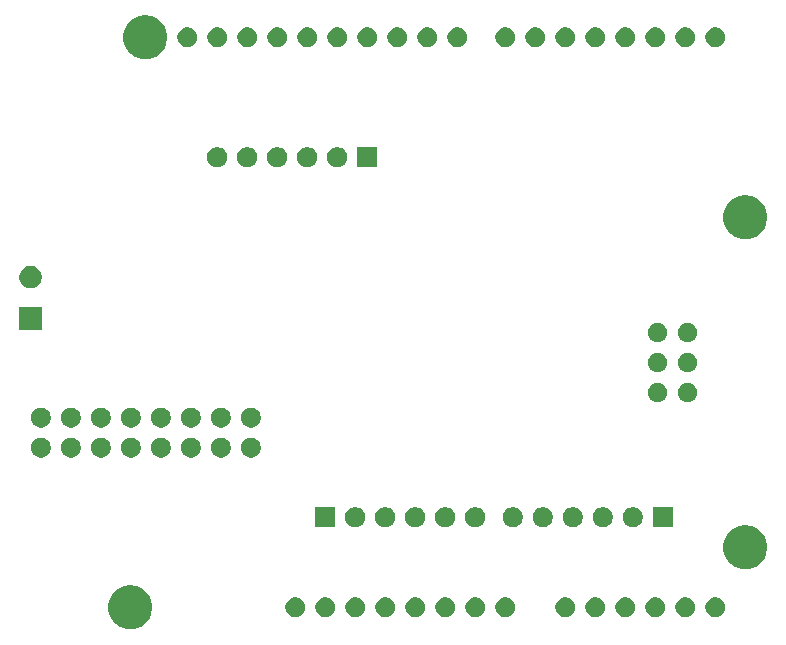
<source format=gbr>
G04 #@! TF.GenerationSoftware,KiCad,Pcbnew,(5.0.2)-1*
G04 #@! TF.CreationDate,2019-02-21T18:21:24-08:00*
G04 #@! TF.ProjectId,Arduino_uno_sheild,41726475-696e-46f5-9f75-6e6f5f736865,rev?*
G04 #@! TF.SameCoordinates,Original*
G04 #@! TF.FileFunction,Soldermask,Bot*
G04 #@! TF.FilePolarity,Negative*
%FSLAX46Y46*%
G04 Gerber Fmt 4.6, Leading zero omitted, Abs format (unit mm)*
G04 Created by KiCad (PCBNEW (5.0.2)-1) date 2/21/2019 6:21:24 PM*
%MOMM*%
%LPD*%
G01*
G04 APERTURE LIST*
%ADD10C,0.100000*%
G04 APERTURE END LIST*
D10*
G36*
X14331113Y4355433D02*
X14509917Y4319867D01*
X14846777Y4180335D01*
X15147902Y3979130D01*
X15149947Y3977763D01*
X15407763Y3719947D01*
X15407765Y3719944D01*
X15610335Y3416777D01*
X15749867Y3079917D01*
X15821000Y2722308D01*
X15821000Y2357692D01*
X15749867Y2000083D01*
X15610335Y1663223D01*
X15409130Y1362098D01*
X15407763Y1360053D01*
X15149947Y1102237D01*
X15149944Y1102235D01*
X14846777Y899665D01*
X14509917Y760133D01*
X14331112Y724566D01*
X14152309Y689000D01*
X13787691Y689000D01*
X13608887Y724567D01*
X13430083Y760133D01*
X13093223Y899665D01*
X12790056Y1102235D01*
X12790053Y1102237D01*
X12532237Y1360053D01*
X12530870Y1362098D01*
X12329665Y1663223D01*
X12190133Y2000083D01*
X12119000Y2357692D01*
X12119000Y2722308D01*
X12190133Y3079917D01*
X12329665Y3416777D01*
X12532235Y3719944D01*
X12532237Y3719947D01*
X12790053Y3977763D01*
X12792098Y3979130D01*
X13093223Y4180335D01*
X13430083Y4319867D01*
X13608888Y4355434D01*
X13787691Y4391000D01*
X14152309Y4391000D01*
X14331113Y4355433D01*
X14331113Y4355433D01*
G37*
G36*
X28182391Y3339066D02*
X28182393Y3339065D01*
X28182394Y3339065D01*
X28333626Y3276423D01*
X28333627Y3276422D01*
X28469735Y3185478D01*
X28585478Y3069735D01*
X28585480Y3069732D01*
X28676423Y2933626D01*
X28739065Y2782394D01*
X28771000Y2621846D01*
X28771000Y2458154D01*
X28739065Y2297606D01*
X28676423Y2146374D01*
X28676422Y2146373D01*
X28585478Y2010265D01*
X28469735Y1894522D01*
X28469732Y1894520D01*
X28333626Y1803577D01*
X28182394Y1740935D01*
X28182393Y1740935D01*
X28182391Y1740934D01*
X28021848Y1709000D01*
X27858152Y1709000D01*
X27697609Y1740934D01*
X27697607Y1740935D01*
X27697606Y1740935D01*
X27546374Y1803577D01*
X27410268Y1894520D01*
X27410265Y1894522D01*
X27294522Y2010265D01*
X27203578Y2146373D01*
X27203577Y2146374D01*
X27140935Y2297606D01*
X27109000Y2458154D01*
X27109000Y2621846D01*
X27140935Y2782394D01*
X27203577Y2933626D01*
X27294520Y3069732D01*
X27294522Y3069735D01*
X27410265Y3185478D01*
X27546373Y3276422D01*
X27546374Y3276423D01*
X27697606Y3339065D01*
X27697607Y3339065D01*
X27697609Y3339066D01*
X27858152Y3371000D01*
X28021848Y3371000D01*
X28182391Y3339066D01*
X28182391Y3339066D01*
G37*
G36*
X61202391Y3339066D02*
X61202393Y3339065D01*
X61202394Y3339065D01*
X61353626Y3276423D01*
X61353627Y3276422D01*
X61489735Y3185478D01*
X61605478Y3069735D01*
X61605480Y3069732D01*
X61696423Y2933626D01*
X61759065Y2782394D01*
X61791000Y2621846D01*
X61791000Y2458154D01*
X61759065Y2297606D01*
X61696423Y2146374D01*
X61696422Y2146373D01*
X61605478Y2010265D01*
X61489735Y1894522D01*
X61489732Y1894520D01*
X61353626Y1803577D01*
X61202394Y1740935D01*
X61202393Y1740935D01*
X61202391Y1740934D01*
X61041848Y1709000D01*
X60878152Y1709000D01*
X60717609Y1740934D01*
X60717607Y1740935D01*
X60717606Y1740935D01*
X60566374Y1803577D01*
X60430268Y1894520D01*
X60430265Y1894522D01*
X60314522Y2010265D01*
X60223578Y2146373D01*
X60223577Y2146374D01*
X60160935Y2297606D01*
X60129000Y2458154D01*
X60129000Y2621846D01*
X60160935Y2782394D01*
X60223577Y2933626D01*
X60314520Y3069732D01*
X60314522Y3069735D01*
X60430265Y3185478D01*
X60566373Y3276422D01*
X60566374Y3276423D01*
X60717606Y3339065D01*
X60717607Y3339065D01*
X60717609Y3339066D01*
X60878152Y3371000D01*
X61041848Y3371000D01*
X61202391Y3339066D01*
X61202391Y3339066D01*
G37*
G36*
X58662391Y3339066D02*
X58662393Y3339065D01*
X58662394Y3339065D01*
X58813626Y3276423D01*
X58813627Y3276422D01*
X58949735Y3185478D01*
X59065478Y3069735D01*
X59065480Y3069732D01*
X59156423Y2933626D01*
X59219065Y2782394D01*
X59251000Y2621846D01*
X59251000Y2458154D01*
X59219065Y2297606D01*
X59156423Y2146374D01*
X59156422Y2146373D01*
X59065478Y2010265D01*
X58949735Y1894522D01*
X58949732Y1894520D01*
X58813626Y1803577D01*
X58662394Y1740935D01*
X58662393Y1740935D01*
X58662391Y1740934D01*
X58501848Y1709000D01*
X58338152Y1709000D01*
X58177609Y1740934D01*
X58177607Y1740935D01*
X58177606Y1740935D01*
X58026374Y1803577D01*
X57890268Y1894520D01*
X57890265Y1894522D01*
X57774522Y2010265D01*
X57683578Y2146373D01*
X57683577Y2146374D01*
X57620935Y2297606D01*
X57589000Y2458154D01*
X57589000Y2621846D01*
X57620935Y2782394D01*
X57683577Y2933626D01*
X57774520Y3069732D01*
X57774522Y3069735D01*
X57890265Y3185478D01*
X58026373Y3276422D01*
X58026374Y3276423D01*
X58177606Y3339065D01*
X58177607Y3339065D01*
X58177609Y3339066D01*
X58338152Y3371000D01*
X58501848Y3371000D01*
X58662391Y3339066D01*
X58662391Y3339066D01*
G37*
G36*
X56122391Y3339066D02*
X56122393Y3339065D01*
X56122394Y3339065D01*
X56273626Y3276423D01*
X56273627Y3276422D01*
X56409735Y3185478D01*
X56525478Y3069735D01*
X56525480Y3069732D01*
X56616423Y2933626D01*
X56679065Y2782394D01*
X56711000Y2621846D01*
X56711000Y2458154D01*
X56679065Y2297606D01*
X56616423Y2146374D01*
X56616422Y2146373D01*
X56525478Y2010265D01*
X56409735Y1894522D01*
X56409732Y1894520D01*
X56273626Y1803577D01*
X56122394Y1740935D01*
X56122393Y1740935D01*
X56122391Y1740934D01*
X55961848Y1709000D01*
X55798152Y1709000D01*
X55637609Y1740934D01*
X55637607Y1740935D01*
X55637606Y1740935D01*
X55486374Y1803577D01*
X55350268Y1894520D01*
X55350265Y1894522D01*
X55234522Y2010265D01*
X55143578Y2146373D01*
X55143577Y2146374D01*
X55080935Y2297606D01*
X55049000Y2458154D01*
X55049000Y2621846D01*
X55080935Y2782394D01*
X55143577Y2933626D01*
X55234520Y3069732D01*
X55234522Y3069735D01*
X55350265Y3185478D01*
X55486373Y3276422D01*
X55486374Y3276423D01*
X55637606Y3339065D01*
X55637607Y3339065D01*
X55637609Y3339066D01*
X55798152Y3371000D01*
X55961848Y3371000D01*
X56122391Y3339066D01*
X56122391Y3339066D01*
G37*
G36*
X53582391Y3339066D02*
X53582393Y3339065D01*
X53582394Y3339065D01*
X53733626Y3276423D01*
X53733627Y3276422D01*
X53869735Y3185478D01*
X53985478Y3069735D01*
X53985480Y3069732D01*
X54076423Y2933626D01*
X54139065Y2782394D01*
X54171000Y2621846D01*
X54171000Y2458154D01*
X54139065Y2297606D01*
X54076423Y2146374D01*
X54076422Y2146373D01*
X53985478Y2010265D01*
X53869735Y1894522D01*
X53869732Y1894520D01*
X53733626Y1803577D01*
X53582394Y1740935D01*
X53582393Y1740935D01*
X53582391Y1740934D01*
X53421848Y1709000D01*
X53258152Y1709000D01*
X53097609Y1740934D01*
X53097607Y1740935D01*
X53097606Y1740935D01*
X52946374Y1803577D01*
X52810268Y1894520D01*
X52810265Y1894522D01*
X52694522Y2010265D01*
X52603578Y2146373D01*
X52603577Y2146374D01*
X52540935Y2297606D01*
X52509000Y2458154D01*
X52509000Y2621846D01*
X52540935Y2782394D01*
X52603577Y2933626D01*
X52694520Y3069732D01*
X52694522Y3069735D01*
X52810265Y3185478D01*
X52946373Y3276422D01*
X52946374Y3276423D01*
X53097606Y3339065D01*
X53097607Y3339065D01*
X53097609Y3339066D01*
X53258152Y3371000D01*
X53421848Y3371000D01*
X53582391Y3339066D01*
X53582391Y3339066D01*
G37*
G36*
X51042391Y3339066D02*
X51042393Y3339065D01*
X51042394Y3339065D01*
X51193626Y3276423D01*
X51193627Y3276422D01*
X51329735Y3185478D01*
X51445478Y3069735D01*
X51445480Y3069732D01*
X51536423Y2933626D01*
X51599065Y2782394D01*
X51631000Y2621846D01*
X51631000Y2458154D01*
X51599065Y2297606D01*
X51536423Y2146374D01*
X51536422Y2146373D01*
X51445478Y2010265D01*
X51329735Y1894522D01*
X51329732Y1894520D01*
X51193626Y1803577D01*
X51042394Y1740935D01*
X51042393Y1740935D01*
X51042391Y1740934D01*
X50881848Y1709000D01*
X50718152Y1709000D01*
X50557609Y1740934D01*
X50557607Y1740935D01*
X50557606Y1740935D01*
X50406374Y1803577D01*
X50270268Y1894520D01*
X50270265Y1894522D01*
X50154522Y2010265D01*
X50063578Y2146373D01*
X50063577Y2146374D01*
X50000935Y2297606D01*
X49969000Y2458154D01*
X49969000Y2621846D01*
X50000935Y2782394D01*
X50063577Y2933626D01*
X50154520Y3069732D01*
X50154522Y3069735D01*
X50270265Y3185478D01*
X50406373Y3276422D01*
X50406374Y3276423D01*
X50557606Y3339065D01*
X50557607Y3339065D01*
X50557609Y3339066D01*
X50718152Y3371000D01*
X50881848Y3371000D01*
X51042391Y3339066D01*
X51042391Y3339066D01*
G37*
G36*
X45962391Y3339066D02*
X45962393Y3339065D01*
X45962394Y3339065D01*
X46113626Y3276423D01*
X46113627Y3276422D01*
X46249735Y3185478D01*
X46365478Y3069735D01*
X46365480Y3069732D01*
X46456423Y2933626D01*
X46519065Y2782394D01*
X46551000Y2621846D01*
X46551000Y2458154D01*
X46519065Y2297606D01*
X46456423Y2146374D01*
X46456422Y2146373D01*
X46365478Y2010265D01*
X46249735Y1894522D01*
X46249732Y1894520D01*
X46113626Y1803577D01*
X45962394Y1740935D01*
X45962393Y1740935D01*
X45962391Y1740934D01*
X45801848Y1709000D01*
X45638152Y1709000D01*
X45477609Y1740934D01*
X45477607Y1740935D01*
X45477606Y1740935D01*
X45326374Y1803577D01*
X45190268Y1894520D01*
X45190265Y1894522D01*
X45074522Y2010265D01*
X44983578Y2146373D01*
X44983577Y2146374D01*
X44920935Y2297606D01*
X44889000Y2458154D01*
X44889000Y2621846D01*
X44920935Y2782394D01*
X44983577Y2933626D01*
X45074520Y3069732D01*
X45074522Y3069735D01*
X45190265Y3185478D01*
X45326373Y3276422D01*
X45326374Y3276423D01*
X45477606Y3339065D01*
X45477607Y3339065D01*
X45477609Y3339066D01*
X45638152Y3371000D01*
X45801848Y3371000D01*
X45962391Y3339066D01*
X45962391Y3339066D01*
G37*
G36*
X40882391Y3339066D02*
X40882393Y3339065D01*
X40882394Y3339065D01*
X41033626Y3276423D01*
X41033627Y3276422D01*
X41169735Y3185478D01*
X41285478Y3069735D01*
X41285480Y3069732D01*
X41376423Y2933626D01*
X41439065Y2782394D01*
X41471000Y2621846D01*
X41471000Y2458154D01*
X41439065Y2297606D01*
X41376423Y2146374D01*
X41376422Y2146373D01*
X41285478Y2010265D01*
X41169735Y1894522D01*
X41169732Y1894520D01*
X41033626Y1803577D01*
X40882394Y1740935D01*
X40882393Y1740935D01*
X40882391Y1740934D01*
X40721848Y1709000D01*
X40558152Y1709000D01*
X40397609Y1740934D01*
X40397607Y1740935D01*
X40397606Y1740935D01*
X40246374Y1803577D01*
X40110268Y1894520D01*
X40110265Y1894522D01*
X39994522Y2010265D01*
X39903578Y2146373D01*
X39903577Y2146374D01*
X39840935Y2297606D01*
X39809000Y2458154D01*
X39809000Y2621846D01*
X39840935Y2782394D01*
X39903577Y2933626D01*
X39994520Y3069732D01*
X39994522Y3069735D01*
X40110265Y3185478D01*
X40246373Y3276422D01*
X40246374Y3276423D01*
X40397606Y3339065D01*
X40397607Y3339065D01*
X40397609Y3339066D01*
X40558152Y3371000D01*
X40721848Y3371000D01*
X40882391Y3339066D01*
X40882391Y3339066D01*
G37*
G36*
X38342391Y3339066D02*
X38342393Y3339065D01*
X38342394Y3339065D01*
X38493626Y3276423D01*
X38493627Y3276422D01*
X38629735Y3185478D01*
X38745478Y3069735D01*
X38745480Y3069732D01*
X38836423Y2933626D01*
X38899065Y2782394D01*
X38931000Y2621846D01*
X38931000Y2458154D01*
X38899065Y2297606D01*
X38836423Y2146374D01*
X38836422Y2146373D01*
X38745478Y2010265D01*
X38629735Y1894522D01*
X38629732Y1894520D01*
X38493626Y1803577D01*
X38342394Y1740935D01*
X38342393Y1740935D01*
X38342391Y1740934D01*
X38181848Y1709000D01*
X38018152Y1709000D01*
X37857609Y1740934D01*
X37857607Y1740935D01*
X37857606Y1740935D01*
X37706374Y1803577D01*
X37570268Y1894520D01*
X37570265Y1894522D01*
X37454522Y2010265D01*
X37363578Y2146373D01*
X37363577Y2146374D01*
X37300935Y2297606D01*
X37269000Y2458154D01*
X37269000Y2621846D01*
X37300935Y2782394D01*
X37363577Y2933626D01*
X37454520Y3069732D01*
X37454522Y3069735D01*
X37570265Y3185478D01*
X37706373Y3276422D01*
X37706374Y3276423D01*
X37857606Y3339065D01*
X37857607Y3339065D01*
X37857609Y3339066D01*
X38018152Y3371000D01*
X38181848Y3371000D01*
X38342391Y3339066D01*
X38342391Y3339066D01*
G37*
G36*
X35802391Y3339066D02*
X35802393Y3339065D01*
X35802394Y3339065D01*
X35953626Y3276423D01*
X35953627Y3276422D01*
X36089735Y3185478D01*
X36205478Y3069735D01*
X36205480Y3069732D01*
X36296423Y2933626D01*
X36359065Y2782394D01*
X36391000Y2621846D01*
X36391000Y2458154D01*
X36359065Y2297606D01*
X36296423Y2146374D01*
X36296422Y2146373D01*
X36205478Y2010265D01*
X36089735Y1894522D01*
X36089732Y1894520D01*
X35953626Y1803577D01*
X35802394Y1740935D01*
X35802393Y1740935D01*
X35802391Y1740934D01*
X35641848Y1709000D01*
X35478152Y1709000D01*
X35317609Y1740934D01*
X35317607Y1740935D01*
X35317606Y1740935D01*
X35166374Y1803577D01*
X35030268Y1894520D01*
X35030265Y1894522D01*
X34914522Y2010265D01*
X34823578Y2146373D01*
X34823577Y2146374D01*
X34760935Y2297606D01*
X34729000Y2458154D01*
X34729000Y2621846D01*
X34760935Y2782394D01*
X34823577Y2933626D01*
X34914520Y3069732D01*
X34914522Y3069735D01*
X35030265Y3185478D01*
X35166373Y3276422D01*
X35166374Y3276423D01*
X35317606Y3339065D01*
X35317607Y3339065D01*
X35317609Y3339066D01*
X35478152Y3371000D01*
X35641848Y3371000D01*
X35802391Y3339066D01*
X35802391Y3339066D01*
G37*
G36*
X33262391Y3339066D02*
X33262393Y3339065D01*
X33262394Y3339065D01*
X33413626Y3276423D01*
X33413627Y3276422D01*
X33549735Y3185478D01*
X33665478Y3069735D01*
X33665480Y3069732D01*
X33756423Y2933626D01*
X33819065Y2782394D01*
X33851000Y2621846D01*
X33851000Y2458154D01*
X33819065Y2297606D01*
X33756423Y2146374D01*
X33756422Y2146373D01*
X33665478Y2010265D01*
X33549735Y1894522D01*
X33549732Y1894520D01*
X33413626Y1803577D01*
X33262394Y1740935D01*
X33262393Y1740935D01*
X33262391Y1740934D01*
X33101848Y1709000D01*
X32938152Y1709000D01*
X32777609Y1740934D01*
X32777607Y1740935D01*
X32777606Y1740935D01*
X32626374Y1803577D01*
X32490268Y1894520D01*
X32490265Y1894522D01*
X32374522Y2010265D01*
X32283578Y2146373D01*
X32283577Y2146374D01*
X32220935Y2297606D01*
X32189000Y2458154D01*
X32189000Y2621846D01*
X32220935Y2782394D01*
X32283577Y2933626D01*
X32374520Y3069732D01*
X32374522Y3069735D01*
X32490265Y3185478D01*
X32626373Y3276422D01*
X32626374Y3276423D01*
X32777606Y3339065D01*
X32777607Y3339065D01*
X32777609Y3339066D01*
X32938152Y3371000D01*
X33101848Y3371000D01*
X33262391Y3339066D01*
X33262391Y3339066D01*
G37*
G36*
X30722391Y3339066D02*
X30722393Y3339065D01*
X30722394Y3339065D01*
X30873626Y3276423D01*
X30873627Y3276422D01*
X31009735Y3185478D01*
X31125478Y3069735D01*
X31125480Y3069732D01*
X31216423Y2933626D01*
X31279065Y2782394D01*
X31311000Y2621846D01*
X31311000Y2458154D01*
X31279065Y2297606D01*
X31216423Y2146374D01*
X31216422Y2146373D01*
X31125478Y2010265D01*
X31009735Y1894522D01*
X31009732Y1894520D01*
X30873626Y1803577D01*
X30722394Y1740935D01*
X30722393Y1740935D01*
X30722391Y1740934D01*
X30561848Y1709000D01*
X30398152Y1709000D01*
X30237609Y1740934D01*
X30237607Y1740935D01*
X30237606Y1740935D01*
X30086374Y1803577D01*
X29950268Y1894520D01*
X29950265Y1894522D01*
X29834522Y2010265D01*
X29743578Y2146373D01*
X29743577Y2146374D01*
X29680935Y2297606D01*
X29649000Y2458154D01*
X29649000Y2621846D01*
X29680935Y2782394D01*
X29743577Y2933626D01*
X29834520Y3069732D01*
X29834522Y3069735D01*
X29950265Y3185478D01*
X30086373Y3276422D01*
X30086374Y3276423D01*
X30237606Y3339065D01*
X30237607Y3339065D01*
X30237609Y3339066D01*
X30398152Y3371000D01*
X30561848Y3371000D01*
X30722391Y3339066D01*
X30722391Y3339066D01*
G37*
G36*
X63742391Y3339066D02*
X63742393Y3339065D01*
X63742394Y3339065D01*
X63893626Y3276423D01*
X63893627Y3276422D01*
X64029735Y3185478D01*
X64145478Y3069735D01*
X64145480Y3069732D01*
X64236423Y2933626D01*
X64299065Y2782394D01*
X64331000Y2621846D01*
X64331000Y2458154D01*
X64299065Y2297606D01*
X64236423Y2146374D01*
X64236422Y2146373D01*
X64145478Y2010265D01*
X64029735Y1894522D01*
X64029732Y1894520D01*
X63893626Y1803577D01*
X63742394Y1740935D01*
X63742393Y1740935D01*
X63742391Y1740934D01*
X63581848Y1709000D01*
X63418152Y1709000D01*
X63257609Y1740934D01*
X63257607Y1740935D01*
X63257606Y1740935D01*
X63106374Y1803577D01*
X62970268Y1894520D01*
X62970265Y1894522D01*
X62854522Y2010265D01*
X62763578Y2146373D01*
X62763577Y2146374D01*
X62700935Y2297606D01*
X62669000Y2458154D01*
X62669000Y2621846D01*
X62700935Y2782394D01*
X62763577Y2933626D01*
X62854520Y3069732D01*
X62854522Y3069735D01*
X62970265Y3185478D01*
X63106373Y3276422D01*
X63106374Y3276423D01*
X63257606Y3339065D01*
X63257607Y3339065D01*
X63257609Y3339066D01*
X63418152Y3371000D01*
X63581848Y3371000D01*
X63742391Y3339066D01*
X63742391Y3339066D01*
G37*
G36*
X43422391Y3339066D02*
X43422393Y3339065D01*
X43422394Y3339065D01*
X43573626Y3276423D01*
X43573627Y3276422D01*
X43709735Y3185478D01*
X43825478Y3069735D01*
X43825480Y3069732D01*
X43916423Y2933626D01*
X43979065Y2782394D01*
X44011000Y2621846D01*
X44011000Y2458154D01*
X43979065Y2297606D01*
X43916423Y2146374D01*
X43916422Y2146373D01*
X43825478Y2010265D01*
X43709735Y1894522D01*
X43709732Y1894520D01*
X43573626Y1803577D01*
X43422394Y1740935D01*
X43422393Y1740935D01*
X43422391Y1740934D01*
X43261848Y1709000D01*
X43098152Y1709000D01*
X42937609Y1740934D01*
X42937607Y1740935D01*
X42937606Y1740935D01*
X42786374Y1803577D01*
X42650268Y1894520D01*
X42650265Y1894522D01*
X42534522Y2010265D01*
X42443578Y2146373D01*
X42443577Y2146374D01*
X42380935Y2297606D01*
X42349000Y2458154D01*
X42349000Y2621846D01*
X42380935Y2782394D01*
X42443577Y2933626D01*
X42534520Y3069732D01*
X42534522Y3069735D01*
X42650265Y3185478D01*
X42786373Y3276422D01*
X42786374Y3276423D01*
X42937606Y3339065D01*
X42937607Y3339065D01*
X42937609Y3339066D01*
X43098152Y3371000D01*
X43261848Y3371000D01*
X43422391Y3339066D01*
X43422391Y3339066D01*
G37*
G36*
X66401113Y9435433D02*
X66579917Y9399867D01*
X66916777Y9260335D01*
X67217902Y9059130D01*
X67219947Y9057763D01*
X67477763Y8799947D01*
X67477765Y8799944D01*
X67680335Y8496777D01*
X67819867Y8159917D01*
X67891000Y7802308D01*
X67891000Y7437692D01*
X67819867Y7080083D01*
X67680335Y6743223D01*
X67479130Y6442098D01*
X67477763Y6440053D01*
X67219947Y6182237D01*
X67219944Y6182235D01*
X66916777Y5979665D01*
X66579917Y5840133D01*
X66401112Y5804566D01*
X66222309Y5769000D01*
X65857691Y5769000D01*
X65678888Y5804566D01*
X65500083Y5840133D01*
X65163223Y5979665D01*
X64860056Y6182235D01*
X64860053Y6182237D01*
X64602237Y6440053D01*
X64600870Y6442098D01*
X64399665Y6743223D01*
X64260133Y7080083D01*
X64189000Y7437692D01*
X64189000Y7802308D01*
X64260133Y8159917D01*
X64399665Y8496777D01*
X64602235Y8799944D01*
X64602237Y8799947D01*
X64860053Y9057763D01*
X64862098Y9059130D01*
X65163223Y9260335D01*
X65500083Y9399867D01*
X65678887Y9435433D01*
X65857691Y9471000D01*
X66222309Y9471000D01*
X66401113Y9435433D01*
X66401113Y9435433D01*
G37*
G36*
X38348228Y10978297D02*
X38503100Y10914147D01*
X38642481Y10821015D01*
X38761015Y10702481D01*
X38854147Y10563100D01*
X38918297Y10408228D01*
X38951000Y10243816D01*
X38951000Y10076184D01*
X38918297Y9911772D01*
X38854147Y9756900D01*
X38761015Y9617519D01*
X38642481Y9498985D01*
X38503100Y9405853D01*
X38348228Y9341703D01*
X38183816Y9309000D01*
X38016184Y9309000D01*
X37851772Y9341703D01*
X37696900Y9405853D01*
X37557519Y9498985D01*
X37438985Y9617519D01*
X37345853Y9756900D01*
X37281703Y9911772D01*
X37249000Y10076184D01*
X37249000Y10243816D01*
X37281703Y10408228D01*
X37345853Y10563100D01*
X37438985Y10702481D01*
X37557519Y10821015D01*
X37696900Y10914147D01*
X37851772Y10978297D01*
X38016184Y11011000D01*
X38183816Y11011000D01*
X38348228Y10978297D01*
X38348228Y10978297D01*
G37*
G36*
X31331000Y9309000D02*
X29629000Y9309000D01*
X29629000Y11011000D01*
X31331000Y11011000D01*
X31331000Y9309000D01*
X31331000Y9309000D01*
G37*
G36*
X33268228Y10978297D02*
X33423100Y10914147D01*
X33562481Y10821015D01*
X33681015Y10702481D01*
X33774147Y10563100D01*
X33838297Y10408228D01*
X33871000Y10243816D01*
X33871000Y10076184D01*
X33838297Y9911772D01*
X33774147Y9756900D01*
X33681015Y9617519D01*
X33562481Y9498985D01*
X33423100Y9405853D01*
X33268228Y9341703D01*
X33103816Y9309000D01*
X32936184Y9309000D01*
X32771772Y9341703D01*
X32616900Y9405853D01*
X32477519Y9498985D01*
X32358985Y9617519D01*
X32265853Y9756900D01*
X32201703Y9911772D01*
X32169000Y10076184D01*
X32169000Y10243816D01*
X32201703Y10408228D01*
X32265853Y10563100D01*
X32358985Y10702481D01*
X32477519Y10821015D01*
X32616900Y10914147D01*
X32771772Y10978297D01*
X32936184Y11011000D01*
X33103816Y11011000D01*
X33268228Y10978297D01*
X33268228Y10978297D01*
G37*
G36*
X35808228Y10978297D02*
X35963100Y10914147D01*
X36102481Y10821015D01*
X36221015Y10702481D01*
X36314147Y10563100D01*
X36378297Y10408228D01*
X36411000Y10243816D01*
X36411000Y10076184D01*
X36378297Y9911772D01*
X36314147Y9756900D01*
X36221015Y9617519D01*
X36102481Y9498985D01*
X35963100Y9405853D01*
X35808228Y9341703D01*
X35643816Y9309000D01*
X35476184Y9309000D01*
X35311772Y9341703D01*
X35156900Y9405853D01*
X35017519Y9498985D01*
X34898985Y9617519D01*
X34805853Y9756900D01*
X34741703Y9911772D01*
X34709000Y10076184D01*
X34709000Y10243816D01*
X34741703Y10408228D01*
X34805853Y10563100D01*
X34898985Y10702481D01*
X35017519Y10821015D01*
X35156900Y10914147D01*
X35311772Y10978297D01*
X35476184Y11011000D01*
X35643816Y11011000D01*
X35808228Y10978297D01*
X35808228Y10978297D01*
G37*
G36*
X40888228Y10978297D02*
X41043100Y10914147D01*
X41182481Y10821015D01*
X41301015Y10702481D01*
X41394147Y10563100D01*
X41458297Y10408228D01*
X41491000Y10243816D01*
X41491000Y10076184D01*
X41458297Y9911772D01*
X41394147Y9756900D01*
X41301015Y9617519D01*
X41182481Y9498985D01*
X41043100Y9405853D01*
X40888228Y9341703D01*
X40723816Y9309000D01*
X40556184Y9309000D01*
X40391772Y9341703D01*
X40236900Y9405853D01*
X40097519Y9498985D01*
X39978985Y9617519D01*
X39885853Y9756900D01*
X39821703Y9911772D01*
X39789000Y10076184D01*
X39789000Y10243816D01*
X39821703Y10408228D01*
X39885853Y10563100D01*
X39978985Y10702481D01*
X40097519Y10821015D01*
X40236900Y10914147D01*
X40391772Y10978297D01*
X40556184Y11011000D01*
X40723816Y11011000D01*
X40888228Y10978297D01*
X40888228Y10978297D01*
G37*
G36*
X43428228Y10978297D02*
X43583100Y10914147D01*
X43722481Y10821015D01*
X43841015Y10702481D01*
X43934147Y10563100D01*
X43998297Y10408228D01*
X44031000Y10243816D01*
X44031000Y10076184D01*
X43998297Y9911772D01*
X43934147Y9756900D01*
X43841015Y9617519D01*
X43722481Y9498985D01*
X43583100Y9405853D01*
X43428228Y9341703D01*
X43263816Y9309000D01*
X43096184Y9309000D01*
X42931772Y9341703D01*
X42776900Y9405853D01*
X42637519Y9498985D01*
X42518985Y9617519D01*
X42425853Y9756900D01*
X42361703Y9911772D01*
X42329000Y10076184D01*
X42329000Y10243816D01*
X42361703Y10408228D01*
X42425853Y10563100D01*
X42518985Y10702481D01*
X42637519Y10821015D01*
X42776900Y10914147D01*
X42931772Y10978297D01*
X43096184Y11011000D01*
X43263816Y11011000D01*
X43428228Y10978297D01*
X43428228Y10978297D01*
G37*
G36*
X51683228Y10978297D02*
X51838100Y10914147D01*
X51977481Y10821015D01*
X52096015Y10702481D01*
X52189147Y10563100D01*
X52253297Y10408228D01*
X52286000Y10243816D01*
X52286000Y10076184D01*
X52253297Y9911772D01*
X52189147Y9756900D01*
X52096015Y9617519D01*
X51977481Y9498985D01*
X51838100Y9405853D01*
X51683228Y9341703D01*
X51518816Y9309000D01*
X51351184Y9309000D01*
X51186772Y9341703D01*
X51031900Y9405853D01*
X50892519Y9498985D01*
X50773985Y9617519D01*
X50680853Y9756900D01*
X50616703Y9911772D01*
X50584000Y10076184D01*
X50584000Y10243816D01*
X50616703Y10408228D01*
X50680853Y10563100D01*
X50773985Y10702481D01*
X50892519Y10821015D01*
X51031900Y10914147D01*
X51186772Y10978297D01*
X51351184Y11011000D01*
X51518816Y11011000D01*
X51683228Y10978297D01*
X51683228Y10978297D01*
G37*
G36*
X49143228Y10978297D02*
X49298100Y10914147D01*
X49437481Y10821015D01*
X49556015Y10702481D01*
X49649147Y10563100D01*
X49713297Y10408228D01*
X49746000Y10243816D01*
X49746000Y10076184D01*
X49713297Y9911772D01*
X49649147Y9756900D01*
X49556015Y9617519D01*
X49437481Y9498985D01*
X49298100Y9405853D01*
X49143228Y9341703D01*
X48978816Y9309000D01*
X48811184Y9309000D01*
X48646772Y9341703D01*
X48491900Y9405853D01*
X48352519Y9498985D01*
X48233985Y9617519D01*
X48140853Y9756900D01*
X48076703Y9911772D01*
X48044000Y10076184D01*
X48044000Y10243816D01*
X48076703Y10408228D01*
X48140853Y10563100D01*
X48233985Y10702481D01*
X48352519Y10821015D01*
X48491900Y10914147D01*
X48646772Y10978297D01*
X48811184Y11011000D01*
X48978816Y11011000D01*
X49143228Y10978297D01*
X49143228Y10978297D01*
G37*
G36*
X46603228Y10978297D02*
X46758100Y10914147D01*
X46897481Y10821015D01*
X47016015Y10702481D01*
X47109147Y10563100D01*
X47173297Y10408228D01*
X47206000Y10243816D01*
X47206000Y10076184D01*
X47173297Y9911772D01*
X47109147Y9756900D01*
X47016015Y9617519D01*
X46897481Y9498985D01*
X46758100Y9405853D01*
X46603228Y9341703D01*
X46438816Y9309000D01*
X46271184Y9309000D01*
X46106772Y9341703D01*
X45951900Y9405853D01*
X45812519Y9498985D01*
X45693985Y9617519D01*
X45600853Y9756900D01*
X45536703Y9911772D01*
X45504000Y10076184D01*
X45504000Y10243816D01*
X45536703Y10408228D01*
X45600853Y10563100D01*
X45693985Y10702481D01*
X45812519Y10821015D01*
X45951900Y10914147D01*
X46106772Y10978297D01*
X46271184Y11011000D01*
X46438816Y11011000D01*
X46603228Y10978297D01*
X46603228Y10978297D01*
G37*
G36*
X54223228Y10978297D02*
X54378100Y10914147D01*
X54517481Y10821015D01*
X54636015Y10702481D01*
X54729147Y10563100D01*
X54793297Y10408228D01*
X54826000Y10243816D01*
X54826000Y10076184D01*
X54793297Y9911772D01*
X54729147Y9756900D01*
X54636015Y9617519D01*
X54517481Y9498985D01*
X54378100Y9405853D01*
X54223228Y9341703D01*
X54058816Y9309000D01*
X53891184Y9309000D01*
X53726772Y9341703D01*
X53571900Y9405853D01*
X53432519Y9498985D01*
X53313985Y9617519D01*
X53220853Y9756900D01*
X53156703Y9911772D01*
X53124000Y10076184D01*
X53124000Y10243816D01*
X53156703Y10408228D01*
X53220853Y10563100D01*
X53313985Y10702481D01*
X53432519Y10821015D01*
X53571900Y10914147D01*
X53726772Y10978297D01*
X53891184Y11011000D01*
X54058816Y11011000D01*
X54223228Y10978297D01*
X54223228Y10978297D01*
G37*
G36*
X59906000Y9309000D02*
X58204000Y9309000D01*
X58204000Y11011000D01*
X59906000Y11011000D01*
X59906000Y9309000D01*
X59906000Y9309000D01*
G37*
G36*
X56763228Y10978297D02*
X56918100Y10914147D01*
X57057481Y10821015D01*
X57176015Y10702481D01*
X57269147Y10563100D01*
X57333297Y10408228D01*
X57366000Y10243816D01*
X57366000Y10076184D01*
X57333297Y9911772D01*
X57269147Y9756900D01*
X57176015Y9617519D01*
X57057481Y9498985D01*
X56918100Y9405853D01*
X56763228Y9341703D01*
X56598816Y9309000D01*
X56431184Y9309000D01*
X56266772Y9341703D01*
X56111900Y9405853D01*
X55972519Y9498985D01*
X55853985Y9617519D01*
X55760853Y9756900D01*
X55696703Y9911772D01*
X55664000Y10076184D01*
X55664000Y10243816D01*
X55696703Y10408228D01*
X55760853Y10563100D01*
X55853985Y10702481D01*
X55972519Y10821015D01*
X56111900Y10914147D01*
X56266772Y10978297D01*
X56431184Y11011000D01*
X56598816Y11011000D01*
X56763228Y10978297D01*
X56763228Y10978297D01*
G37*
G36*
X11729028Y16871097D02*
X11883900Y16806947D01*
X12023281Y16713815D01*
X12141815Y16595281D01*
X12234947Y16455900D01*
X12299097Y16301028D01*
X12331800Y16136616D01*
X12331800Y15968984D01*
X12299097Y15804572D01*
X12234947Y15649700D01*
X12141815Y15510319D01*
X12023281Y15391785D01*
X11883900Y15298653D01*
X11729028Y15234503D01*
X11564616Y15201800D01*
X11396984Y15201800D01*
X11232572Y15234503D01*
X11077700Y15298653D01*
X10938319Y15391785D01*
X10819785Y15510319D01*
X10726653Y15649700D01*
X10662503Y15804572D01*
X10629800Y15968984D01*
X10629800Y16136616D01*
X10662503Y16301028D01*
X10726653Y16455900D01*
X10819785Y16595281D01*
X10938319Y16713815D01*
X11077700Y16806947D01*
X11232572Y16871097D01*
X11396984Y16903800D01*
X11564616Y16903800D01*
X11729028Y16871097D01*
X11729028Y16871097D01*
G37*
G36*
X14269028Y16871097D02*
X14423900Y16806947D01*
X14563281Y16713815D01*
X14681815Y16595281D01*
X14774947Y16455900D01*
X14839097Y16301028D01*
X14871800Y16136616D01*
X14871800Y15968984D01*
X14839097Y15804572D01*
X14774947Y15649700D01*
X14681815Y15510319D01*
X14563281Y15391785D01*
X14423900Y15298653D01*
X14269028Y15234503D01*
X14104616Y15201800D01*
X13936984Y15201800D01*
X13772572Y15234503D01*
X13617700Y15298653D01*
X13478319Y15391785D01*
X13359785Y15510319D01*
X13266653Y15649700D01*
X13202503Y15804572D01*
X13169800Y15968984D01*
X13169800Y16136616D01*
X13202503Y16301028D01*
X13266653Y16455900D01*
X13359785Y16595281D01*
X13478319Y16713815D01*
X13617700Y16806947D01*
X13772572Y16871097D01*
X13936984Y16903800D01*
X14104616Y16903800D01*
X14269028Y16871097D01*
X14269028Y16871097D01*
G37*
G36*
X19349028Y16871097D02*
X19503900Y16806947D01*
X19643281Y16713815D01*
X19761815Y16595281D01*
X19854947Y16455900D01*
X19919097Y16301028D01*
X19951800Y16136616D01*
X19951800Y15968984D01*
X19919097Y15804572D01*
X19854947Y15649700D01*
X19761815Y15510319D01*
X19643281Y15391785D01*
X19503900Y15298653D01*
X19349028Y15234503D01*
X19184616Y15201800D01*
X19016984Y15201800D01*
X18852572Y15234503D01*
X18697700Y15298653D01*
X18558319Y15391785D01*
X18439785Y15510319D01*
X18346653Y15649700D01*
X18282503Y15804572D01*
X18249800Y15968984D01*
X18249800Y16136616D01*
X18282503Y16301028D01*
X18346653Y16455900D01*
X18439785Y16595281D01*
X18558319Y16713815D01*
X18697700Y16806947D01*
X18852572Y16871097D01*
X19016984Y16903800D01*
X19184616Y16903800D01*
X19349028Y16871097D01*
X19349028Y16871097D01*
G37*
G36*
X6649028Y16871097D02*
X6803900Y16806947D01*
X6943281Y16713815D01*
X7061815Y16595281D01*
X7154947Y16455900D01*
X7219097Y16301028D01*
X7251800Y16136616D01*
X7251800Y15968984D01*
X7219097Y15804572D01*
X7154947Y15649700D01*
X7061815Y15510319D01*
X6943281Y15391785D01*
X6803900Y15298653D01*
X6649028Y15234503D01*
X6484616Y15201800D01*
X6316984Y15201800D01*
X6152572Y15234503D01*
X5997700Y15298653D01*
X5858319Y15391785D01*
X5739785Y15510319D01*
X5646653Y15649700D01*
X5582503Y15804572D01*
X5549800Y15968984D01*
X5549800Y16136616D01*
X5582503Y16301028D01*
X5646653Y16455900D01*
X5739785Y16595281D01*
X5858319Y16713815D01*
X5997700Y16806947D01*
X6152572Y16871097D01*
X6316984Y16903800D01*
X6484616Y16903800D01*
X6649028Y16871097D01*
X6649028Y16871097D01*
G37*
G36*
X9189028Y16871097D02*
X9343900Y16806947D01*
X9483281Y16713815D01*
X9601815Y16595281D01*
X9694947Y16455900D01*
X9759097Y16301028D01*
X9791800Y16136616D01*
X9791800Y15968984D01*
X9759097Y15804572D01*
X9694947Y15649700D01*
X9601815Y15510319D01*
X9483281Y15391785D01*
X9343900Y15298653D01*
X9189028Y15234503D01*
X9024616Y15201800D01*
X8856984Y15201800D01*
X8692572Y15234503D01*
X8537700Y15298653D01*
X8398319Y15391785D01*
X8279785Y15510319D01*
X8186653Y15649700D01*
X8122503Y15804572D01*
X8089800Y15968984D01*
X8089800Y16136616D01*
X8122503Y16301028D01*
X8186653Y16455900D01*
X8279785Y16595281D01*
X8398319Y16713815D01*
X8537700Y16806947D01*
X8692572Y16871097D01*
X8856984Y16903800D01*
X9024616Y16903800D01*
X9189028Y16871097D01*
X9189028Y16871097D01*
G37*
G36*
X21889028Y16871097D02*
X22043900Y16806947D01*
X22183281Y16713815D01*
X22301815Y16595281D01*
X22394947Y16455900D01*
X22459097Y16301028D01*
X22491800Y16136616D01*
X22491800Y15968984D01*
X22459097Y15804572D01*
X22394947Y15649700D01*
X22301815Y15510319D01*
X22183281Y15391785D01*
X22043900Y15298653D01*
X21889028Y15234503D01*
X21724616Y15201800D01*
X21556984Y15201800D01*
X21392572Y15234503D01*
X21237700Y15298653D01*
X21098319Y15391785D01*
X20979785Y15510319D01*
X20886653Y15649700D01*
X20822503Y15804572D01*
X20789800Y15968984D01*
X20789800Y16136616D01*
X20822503Y16301028D01*
X20886653Y16455900D01*
X20979785Y16595281D01*
X21098319Y16713815D01*
X21237700Y16806947D01*
X21392572Y16871097D01*
X21556984Y16903800D01*
X21724616Y16903800D01*
X21889028Y16871097D01*
X21889028Y16871097D01*
G37*
G36*
X24429028Y16871097D02*
X24583900Y16806947D01*
X24723281Y16713815D01*
X24841815Y16595281D01*
X24934947Y16455900D01*
X24999097Y16301028D01*
X25031800Y16136616D01*
X25031800Y15968984D01*
X24999097Y15804572D01*
X24934947Y15649700D01*
X24841815Y15510319D01*
X24723281Y15391785D01*
X24583900Y15298653D01*
X24429028Y15234503D01*
X24264616Y15201800D01*
X24096984Y15201800D01*
X23932572Y15234503D01*
X23777700Y15298653D01*
X23638319Y15391785D01*
X23519785Y15510319D01*
X23426653Y15649700D01*
X23362503Y15804572D01*
X23329800Y15968984D01*
X23329800Y16136616D01*
X23362503Y16301028D01*
X23426653Y16455900D01*
X23519785Y16595281D01*
X23638319Y16713815D01*
X23777700Y16806947D01*
X23932572Y16871097D01*
X24096984Y16903800D01*
X24264616Y16903800D01*
X24429028Y16871097D01*
X24429028Y16871097D01*
G37*
G36*
X16809028Y16871097D02*
X16963900Y16806947D01*
X17103281Y16713815D01*
X17221815Y16595281D01*
X17314947Y16455900D01*
X17379097Y16301028D01*
X17411800Y16136616D01*
X17411800Y15968984D01*
X17379097Y15804572D01*
X17314947Y15649700D01*
X17221815Y15510319D01*
X17103281Y15391785D01*
X16963900Y15298653D01*
X16809028Y15234503D01*
X16644616Y15201800D01*
X16476984Y15201800D01*
X16312572Y15234503D01*
X16157700Y15298653D01*
X16018319Y15391785D01*
X15899785Y15510319D01*
X15806653Y15649700D01*
X15742503Y15804572D01*
X15709800Y15968984D01*
X15709800Y16136616D01*
X15742503Y16301028D01*
X15806653Y16455900D01*
X15899785Y16595281D01*
X16018319Y16713815D01*
X16157700Y16806947D01*
X16312572Y16871097D01*
X16476984Y16903800D01*
X16644616Y16903800D01*
X16809028Y16871097D01*
X16809028Y16871097D01*
G37*
G36*
X14269028Y19411097D02*
X14423900Y19346947D01*
X14563281Y19253815D01*
X14681815Y19135281D01*
X14774947Y18995900D01*
X14839097Y18841028D01*
X14871800Y18676616D01*
X14871800Y18508984D01*
X14839097Y18344572D01*
X14774947Y18189700D01*
X14681815Y18050319D01*
X14563281Y17931785D01*
X14423900Y17838653D01*
X14269028Y17774503D01*
X14104616Y17741800D01*
X13936984Y17741800D01*
X13772572Y17774503D01*
X13617700Y17838653D01*
X13478319Y17931785D01*
X13359785Y18050319D01*
X13266653Y18189700D01*
X13202503Y18344572D01*
X13169800Y18508984D01*
X13169800Y18676616D01*
X13202503Y18841028D01*
X13266653Y18995900D01*
X13359785Y19135281D01*
X13478319Y19253815D01*
X13617700Y19346947D01*
X13772572Y19411097D01*
X13936984Y19443800D01*
X14104616Y19443800D01*
X14269028Y19411097D01*
X14269028Y19411097D01*
G37*
G36*
X16809028Y19411097D02*
X16963900Y19346947D01*
X17103281Y19253815D01*
X17221815Y19135281D01*
X17314947Y18995900D01*
X17379097Y18841028D01*
X17411800Y18676616D01*
X17411800Y18508984D01*
X17379097Y18344572D01*
X17314947Y18189700D01*
X17221815Y18050319D01*
X17103281Y17931785D01*
X16963900Y17838653D01*
X16809028Y17774503D01*
X16644616Y17741800D01*
X16476984Y17741800D01*
X16312572Y17774503D01*
X16157700Y17838653D01*
X16018319Y17931785D01*
X15899785Y18050319D01*
X15806653Y18189700D01*
X15742503Y18344572D01*
X15709800Y18508984D01*
X15709800Y18676616D01*
X15742503Y18841028D01*
X15806653Y18995900D01*
X15899785Y19135281D01*
X16018319Y19253815D01*
X16157700Y19346947D01*
X16312572Y19411097D01*
X16476984Y19443800D01*
X16644616Y19443800D01*
X16809028Y19411097D01*
X16809028Y19411097D01*
G37*
G36*
X21889028Y19411097D02*
X22043900Y19346947D01*
X22183281Y19253815D01*
X22301815Y19135281D01*
X22394947Y18995900D01*
X22459097Y18841028D01*
X22491800Y18676616D01*
X22491800Y18508984D01*
X22459097Y18344572D01*
X22394947Y18189700D01*
X22301815Y18050319D01*
X22183281Y17931785D01*
X22043900Y17838653D01*
X21889028Y17774503D01*
X21724616Y17741800D01*
X21556984Y17741800D01*
X21392572Y17774503D01*
X21237700Y17838653D01*
X21098319Y17931785D01*
X20979785Y18050319D01*
X20886653Y18189700D01*
X20822503Y18344572D01*
X20789800Y18508984D01*
X20789800Y18676616D01*
X20822503Y18841028D01*
X20886653Y18995900D01*
X20979785Y19135281D01*
X21098319Y19253815D01*
X21237700Y19346947D01*
X21392572Y19411097D01*
X21556984Y19443800D01*
X21724616Y19443800D01*
X21889028Y19411097D01*
X21889028Y19411097D01*
G37*
G36*
X24429028Y19411097D02*
X24583900Y19346947D01*
X24723281Y19253815D01*
X24841815Y19135281D01*
X24934947Y18995900D01*
X24999097Y18841028D01*
X25031800Y18676616D01*
X25031800Y18508984D01*
X24999097Y18344572D01*
X24934947Y18189700D01*
X24841815Y18050319D01*
X24723281Y17931785D01*
X24583900Y17838653D01*
X24429028Y17774503D01*
X24264616Y17741800D01*
X24096984Y17741800D01*
X23932572Y17774503D01*
X23777700Y17838653D01*
X23638319Y17931785D01*
X23519785Y18050319D01*
X23426653Y18189700D01*
X23362503Y18344572D01*
X23329800Y18508984D01*
X23329800Y18676616D01*
X23362503Y18841028D01*
X23426653Y18995900D01*
X23519785Y19135281D01*
X23638319Y19253815D01*
X23777700Y19346947D01*
X23932572Y19411097D01*
X24096984Y19443800D01*
X24264616Y19443800D01*
X24429028Y19411097D01*
X24429028Y19411097D01*
G37*
G36*
X6649028Y19411097D02*
X6803900Y19346947D01*
X6943281Y19253815D01*
X7061815Y19135281D01*
X7154947Y18995900D01*
X7219097Y18841028D01*
X7251800Y18676616D01*
X7251800Y18508984D01*
X7219097Y18344572D01*
X7154947Y18189700D01*
X7061815Y18050319D01*
X6943281Y17931785D01*
X6803900Y17838653D01*
X6649028Y17774503D01*
X6484616Y17741800D01*
X6316984Y17741800D01*
X6152572Y17774503D01*
X5997700Y17838653D01*
X5858319Y17931785D01*
X5739785Y18050319D01*
X5646653Y18189700D01*
X5582503Y18344572D01*
X5549800Y18508984D01*
X5549800Y18676616D01*
X5582503Y18841028D01*
X5646653Y18995900D01*
X5739785Y19135281D01*
X5858319Y19253815D01*
X5997700Y19346947D01*
X6152572Y19411097D01*
X6316984Y19443800D01*
X6484616Y19443800D01*
X6649028Y19411097D01*
X6649028Y19411097D01*
G37*
G36*
X19349028Y19411097D02*
X19503900Y19346947D01*
X19643281Y19253815D01*
X19761815Y19135281D01*
X19854947Y18995900D01*
X19919097Y18841028D01*
X19951800Y18676616D01*
X19951800Y18508984D01*
X19919097Y18344572D01*
X19854947Y18189700D01*
X19761815Y18050319D01*
X19643281Y17931785D01*
X19503900Y17838653D01*
X19349028Y17774503D01*
X19184616Y17741800D01*
X19016984Y17741800D01*
X18852572Y17774503D01*
X18697700Y17838653D01*
X18558319Y17931785D01*
X18439785Y18050319D01*
X18346653Y18189700D01*
X18282503Y18344572D01*
X18249800Y18508984D01*
X18249800Y18676616D01*
X18282503Y18841028D01*
X18346653Y18995900D01*
X18439785Y19135281D01*
X18558319Y19253815D01*
X18697700Y19346947D01*
X18852572Y19411097D01*
X19016984Y19443800D01*
X19184616Y19443800D01*
X19349028Y19411097D01*
X19349028Y19411097D01*
G37*
G36*
X11729028Y19411097D02*
X11883900Y19346947D01*
X12023281Y19253815D01*
X12141815Y19135281D01*
X12234947Y18995900D01*
X12299097Y18841028D01*
X12331800Y18676616D01*
X12331800Y18508984D01*
X12299097Y18344572D01*
X12234947Y18189700D01*
X12141815Y18050319D01*
X12023281Y17931785D01*
X11883900Y17838653D01*
X11729028Y17774503D01*
X11564616Y17741800D01*
X11396984Y17741800D01*
X11232572Y17774503D01*
X11077700Y17838653D01*
X10938319Y17931785D01*
X10819785Y18050319D01*
X10726653Y18189700D01*
X10662503Y18344572D01*
X10629800Y18508984D01*
X10629800Y18676616D01*
X10662503Y18841028D01*
X10726653Y18995900D01*
X10819785Y19135281D01*
X10938319Y19253815D01*
X11077700Y19346947D01*
X11232572Y19411097D01*
X11396984Y19443800D01*
X11564616Y19443800D01*
X11729028Y19411097D01*
X11729028Y19411097D01*
G37*
G36*
X9189028Y19411097D02*
X9343900Y19346947D01*
X9483281Y19253815D01*
X9601815Y19135281D01*
X9694947Y18995900D01*
X9759097Y18841028D01*
X9791800Y18676616D01*
X9791800Y18508984D01*
X9759097Y18344572D01*
X9694947Y18189700D01*
X9601815Y18050319D01*
X9483281Y17931785D01*
X9343900Y17838653D01*
X9189028Y17774503D01*
X9024616Y17741800D01*
X8856984Y17741800D01*
X8692572Y17774503D01*
X8537700Y17838653D01*
X8398319Y17931785D01*
X8279785Y18050319D01*
X8186653Y18189700D01*
X8122503Y18344572D01*
X8089800Y18508984D01*
X8089800Y18676616D01*
X8122503Y18841028D01*
X8186653Y18995900D01*
X8279785Y19135281D01*
X8398319Y19253815D01*
X8537700Y19346947D01*
X8692572Y19411097D01*
X8856984Y19443800D01*
X9024616Y19443800D01*
X9189028Y19411097D01*
X9189028Y19411097D01*
G37*
G36*
X61387642Y21482758D02*
X61535602Y21421470D01*
X61668758Y21332498D01*
X61781998Y21219258D01*
X61870970Y21086102D01*
X61932258Y20938142D01*
X61963500Y20781075D01*
X61963500Y20620925D01*
X61932258Y20463858D01*
X61870970Y20315898D01*
X61781998Y20182742D01*
X61668758Y20069502D01*
X61535602Y19980530D01*
X61387642Y19919242D01*
X61230575Y19888000D01*
X61070425Y19888000D01*
X60913358Y19919242D01*
X60765398Y19980530D01*
X60632242Y20069502D01*
X60519002Y20182742D01*
X60430030Y20315898D01*
X60368742Y20463858D01*
X60337500Y20620925D01*
X60337500Y20781075D01*
X60368742Y20938142D01*
X60430030Y21086102D01*
X60519002Y21219258D01*
X60632242Y21332498D01*
X60765398Y21421470D01*
X60913358Y21482758D01*
X61070425Y21514000D01*
X61230575Y21514000D01*
X61387642Y21482758D01*
X61387642Y21482758D01*
G37*
G36*
X58847642Y21482758D02*
X58995602Y21421470D01*
X59128758Y21332498D01*
X59241998Y21219258D01*
X59330970Y21086102D01*
X59392258Y20938142D01*
X59423500Y20781075D01*
X59423500Y20620925D01*
X59392258Y20463858D01*
X59330970Y20315898D01*
X59241998Y20182742D01*
X59128758Y20069502D01*
X58995602Y19980530D01*
X58847642Y19919242D01*
X58690575Y19888000D01*
X58530425Y19888000D01*
X58373358Y19919242D01*
X58225398Y19980530D01*
X58092242Y20069502D01*
X57979002Y20182742D01*
X57890030Y20315898D01*
X57828742Y20463858D01*
X57797500Y20620925D01*
X57797500Y20781075D01*
X57828742Y20938142D01*
X57890030Y21086102D01*
X57979002Y21219258D01*
X58092242Y21332498D01*
X58225398Y21421470D01*
X58373358Y21482758D01*
X58530425Y21514000D01*
X58690575Y21514000D01*
X58847642Y21482758D01*
X58847642Y21482758D01*
G37*
G36*
X61387642Y24022758D02*
X61535602Y23961470D01*
X61668758Y23872498D01*
X61781998Y23759258D01*
X61870970Y23626102D01*
X61932258Y23478142D01*
X61963500Y23321075D01*
X61963500Y23160925D01*
X61932258Y23003858D01*
X61870970Y22855898D01*
X61781998Y22722742D01*
X61668758Y22609502D01*
X61535602Y22520530D01*
X61387642Y22459242D01*
X61230575Y22428000D01*
X61070425Y22428000D01*
X60913358Y22459242D01*
X60765398Y22520530D01*
X60632242Y22609502D01*
X60519002Y22722742D01*
X60430030Y22855898D01*
X60368742Y23003858D01*
X60337500Y23160925D01*
X60337500Y23321075D01*
X60368742Y23478142D01*
X60430030Y23626102D01*
X60519002Y23759258D01*
X60632242Y23872498D01*
X60765398Y23961470D01*
X60913358Y24022758D01*
X61070425Y24054000D01*
X61230575Y24054000D01*
X61387642Y24022758D01*
X61387642Y24022758D01*
G37*
G36*
X58847642Y24022758D02*
X58995602Y23961470D01*
X59128758Y23872498D01*
X59241998Y23759258D01*
X59330970Y23626102D01*
X59392258Y23478142D01*
X59423500Y23321075D01*
X59423500Y23160925D01*
X59392258Y23003858D01*
X59330970Y22855898D01*
X59241998Y22722742D01*
X59128758Y22609502D01*
X58995602Y22520530D01*
X58847642Y22459242D01*
X58690575Y22428000D01*
X58530425Y22428000D01*
X58373358Y22459242D01*
X58225398Y22520530D01*
X58092242Y22609502D01*
X57979002Y22722742D01*
X57890030Y22855898D01*
X57828742Y23003858D01*
X57797500Y23160925D01*
X57797500Y23321075D01*
X57828742Y23478142D01*
X57890030Y23626102D01*
X57979002Y23759258D01*
X58092242Y23872498D01*
X58225398Y23961470D01*
X58373358Y24022758D01*
X58530425Y24054000D01*
X58690575Y24054000D01*
X58847642Y24022758D01*
X58847642Y24022758D01*
G37*
G36*
X61387642Y26562758D02*
X61535602Y26501470D01*
X61668758Y26412498D01*
X61781998Y26299258D01*
X61870970Y26166102D01*
X61932258Y26018142D01*
X61963500Y25861075D01*
X61963500Y25700925D01*
X61932258Y25543858D01*
X61870970Y25395898D01*
X61781998Y25262742D01*
X61668758Y25149502D01*
X61535602Y25060530D01*
X61387642Y24999242D01*
X61230575Y24968000D01*
X61070425Y24968000D01*
X60913358Y24999242D01*
X60765398Y25060530D01*
X60632242Y25149502D01*
X60519002Y25262742D01*
X60430030Y25395898D01*
X60368742Y25543858D01*
X60337500Y25700925D01*
X60337500Y25861075D01*
X60368742Y26018142D01*
X60430030Y26166102D01*
X60519002Y26299258D01*
X60632242Y26412498D01*
X60765398Y26501470D01*
X60913358Y26562758D01*
X61070425Y26594000D01*
X61230575Y26594000D01*
X61387642Y26562758D01*
X61387642Y26562758D01*
G37*
G36*
X58847642Y26562758D02*
X58995602Y26501470D01*
X59128758Y26412498D01*
X59241998Y26299258D01*
X59330970Y26166102D01*
X59392258Y26018142D01*
X59423500Y25861075D01*
X59423500Y25700925D01*
X59392258Y25543858D01*
X59330970Y25395898D01*
X59241998Y25262742D01*
X59128758Y25149502D01*
X58995602Y25060530D01*
X58847642Y24999242D01*
X58690575Y24968000D01*
X58530425Y24968000D01*
X58373358Y24999242D01*
X58225398Y25060530D01*
X58092242Y25149502D01*
X57979002Y25262742D01*
X57890030Y25395898D01*
X57828742Y25543858D01*
X57797500Y25700925D01*
X57797500Y25861075D01*
X57828742Y26018142D01*
X57890030Y26166102D01*
X57979002Y26299258D01*
X58092242Y26412498D01*
X58225398Y26501470D01*
X58373358Y26562758D01*
X58530425Y26594000D01*
X58690575Y26594000D01*
X58847642Y26562758D01*
X58847642Y26562758D01*
G37*
G36*
X6488200Y26023800D02*
X4586200Y26023800D01*
X4586200Y27925800D01*
X6488200Y27925800D01*
X6488200Y26023800D01*
X6488200Y26023800D01*
G37*
G36*
X5814596Y31389254D02*
X5987666Y31317566D01*
X6143430Y31213488D01*
X6275888Y31081030D01*
X6379966Y30925266D01*
X6451654Y30752196D01*
X6488200Y30568467D01*
X6488200Y30381133D01*
X6451654Y30197404D01*
X6379966Y30024334D01*
X6275888Y29868570D01*
X6143430Y29736112D01*
X5987666Y29632034D01*
X5814596Y29560346D01*
X5630867Y29523800D01*
X5443533Y29523800D01*
X5259804Y29560346D01*
X5086734Y29632034D01*
X4930970Y29736112D01*
X4798512Y29868570D01*
X4694434Y30024334D01*
X4622746Y30197404D01*
X4586200Y30381133D01*
X4586200Y30568467D01*
X4622746Y30752196D01*
X4694434Y30925266D01*
X4798512Y31081030D01*
X4930970Y31213488D01*
X5086734Y31317566D01*
X5259804Y31389254D01*
X5443533Y31425800D01*
X5630867Y31425800D01*
X5814596Y31389254D01*
X5814596Y31389254D01*
G37*
G36*
X66401113Y37375433D02*
X66579917Y37339867D01*
X66916777Y37200335D01*
X67217902Y36999130D01*
X67219947Y36997763D01*
X67477763Y36739947D01*
X67477765Y36739944D01*
X67680335Y36436777D01*
X67819867Y36099917D01*
X67891000Y35742308D01*
X67891000Y35377692D01*
X67819867Y35020083D01*
X67680335Y34683223D01*
X67479130Y34382098D01*
X67477763Y34380053D01*
X67219947Y34122237D01*
X67219944Y34122235D01*
X66916777Y33919665D01*
X66579917Y33780133D01*
X66401113Y33744567D01*
X66222309Y33709000D01*
X65857691Y33709000D01*
X65678887Y33744567D01*
X65500083Y33780133D01*
X65163223Y33919665D01*
X64860056Y34122235D01*
X64860053Y34122237D01*
X64602237Y34380053D01*
X64600870Y34382098D01*
X64399665Y34683223D01*
X64260133Y35020083D01*
X64189000Y35377692D01*
X64189000Y35742308D01*
X64260133Y36099917D01*
X64399665Y36436777D01*
X64602235Y36739944D01*
X64602237Y36739947D01*
X64860053Y36997763D01*
X64862098Y36999130D01*
X65163223Y37200335D01*
X65500083Y37339867D01*
X65678887Y37375433D01*
X65857691Y37411000D01*
X66222309Y37411000D01*
X66401113Y37375433D01*
X66401113Y37375433D01*
G37*
G36*
X26664228Y41458297D02*
X26819100Y41394147D01*
X26958481Y41301015D01*
X27077015Y41182481D01*
X27170147Y41043100D01*
X27234297Y40888228D01*
X27267000Y40723816D01*
X27267000Y40556184D01*
X27234297Y40391772D01*
X27170147Y40236900D01*
X27077015Y40097519D01*
X26958481Y39978985D01*
X26819100Y39885853D01*
X26664228Y39821703D01*
X26499816Y39789000D01*
X26332184Y39789000D01*
X26167772Y39821703D01*
X26012900Y39885853D01*
X25873519Y39978985D01*
X25754985Y40097519D01*
X25661853Y40236900D01*
X25597703Y40391772D01*
X25565000Y40556184D01*
X25565000Y40723816D01*
X25597703Y40888228D01*
X25661853Y41043100D01*
X25754985Y41182481D01*
X25873519Y41301015D01*
X26012900Y41394147D01*
X26167772Y41458297D01*
X26332184Y41491000D01*
X26499816Y41491000D01*
X26664228Y41458297D01*
X26664228Y41458297D01*
G37*
G36*
X21584228Y41458297D02*
X21739100Y41394147D01*
X21878481Y41301015D01*
X21997015Y41182481D01*
X22090147Y41043100D01*
X22154297Y40888228D01*
X22187000Y40723816D01*
X22187000Y40556184D01*
X22154297Y40391772D01*
X22090147Y40236900D01*
X21997015Y40097519D01*
X21878481Y39978985D01*
X21739100Y39885853D01*
X21584228Y39821703D01*
X21419816Y39789000D01*
X21252184Y39789000D01*
X21087772Y39821703D01*
X20932900Y39885853D01*
X20793519Y39978985D01*
X20674985Y40097519D01*
X20581853Y40236900D01*
X20517703Y40391772D01*
X20485000Y40556184D01*
X20485000Y40723816D01*
X20517703Y40888228D01*
X20581853Y41043100D01*
X20674985Y41182481D01*
X20793519Y41301015D01*
X20932900Y41394147D01*
X21087772Y41458297D01*
X21252184Y41491000D01*
X21419816Y41491000D01*
X21584228Y41458297D01*
X21584228Y41458297D01*
G37*
G36*
X24124228Y41458297D02*
X24279100Y41394147D01*
X24418481Y41301015D01*
X24537015Y41182481D01*
X24630147Y41043100D01*
X24694297Y40888228D01*
X24727000Y40723816D01*
X24727000Y40556184D01*
X24694297Y40391772D01*
X24630147Y40236900D01*
X24537015Y40097519D01*
X24418481Y39978985D01*
X24279100Y39885853D01*
X24124228Y39821703D01*
X23959816Y39789000D01*
X23792184Y39789000D01*
X23627772Y39821703D01*
X23472900Y39885853D01*
X23333519Y39978985D01*
X23214985Y40097519D01*
X23121853Y40236900D01*
X23057703Y40391772D01*
X23025000Y40556184D01*
X23025000Y40723816D01*
X23057703Y40888228D01*
X23121853Y41043100D01*
X23214985Y41182481D01*
X23333519Y41301015D01*
X23472900Y41394147D01*
X23627772Y41458297D01*
X23792184Y41491000D01*
X23959816Y41491000D01*
X24124228Y41458297D01*
X24124228Y41458297D01*
G37*
G36*
X29204228Y41458297D02*
X29359100Y41394147D01*
X29498481Y41301015D01*
X29617015Y41182481D01*
X29710147Y41043100D01*
X29774297Y40888228D01*
X29807000Y40723816D01*
X29807000Y40556184D01*
X29774297Y40391772D01*
X29710147Y40236900D01*
X29617015Y40097519D01*
X29498481Y39978985D01*
X29359100Y39885853D01*
X29204228Y39821703D01*
X29039816Y39789000D01*
X28872184Y39789000D01*
X28707772Y39821703D01*
X28552900Y39885853D01*
X28413519Y39978985D01*
X28294985Y40097519D01*
X28201853Y40236900D01*
X28137703Y40391772D01*
X28105000Y40556184D01*
X28105000Y40723816D01*
X28137703Y40888228D01*
X28201853Y41043100D01*
X28294985Y41182481D01*
X28413519Y41301015D01*
X28552900Y41394147D01*
X28707772Y41458297D01*
X28872184Y41491000D01*
X29039816Y41491000D01*
X29204228Y41458297D01*
X29204228Y41458297D01*
G37*
G36*
X31744228Y41458297D02*
X31899100Y41394147D01*
X32038481Y41301015D01*
X32157015Y41182481D01*
X32250147Y41043100D01*
X32314297Y40888228D01*
X32347000Y40723816D01*
X32347000Y40556184D01*
X32314297Y40391772D01*
X32250147Y40236900D01*
X32157015Y40097519D01*
X32038481Y39978985D01*
X31899100Y39885853D01*
X31744228Y39821703D01*
X31579816Y39789000D01*
X31412184Y39789000D01*
X31247772Y39821703D01*
X31092900Y39885853D01*
X30953519Y39978985D01*
X30834985Y40097519D01*
X30741853Y40236900D01*
X30677703Y40391772D01*
X30645000Y40556184D01*
X30645000Y40723816D01*
X30677703Y40888228D01*
X30741853Y41043100D01*
X30834985Y41182481D01*
X30953519Y41301015D01*
X31092900Y41394147D01*
X31247772Y41458297D01*
X31412184Y41491000D01*
X31579816Y41491000D01*
X31744228Y41458297D01*
X31744228Y41458297D01*
G37*
G36*
X34887000Y39789000D02*
X33185000Y39789000D01*
X33185000Y41491000D01*
X34887000Y41491000D01*
X34887000Y39789000D01*
X34887000Y39789000D01*
G37*
G36*
X15601113Y52615433D02*
X15779917Y52579867D01*
X16116777Y52440335D01*
X16417902Y52239130D01*
X16419947Y52237763D01*
X16677763Y51979947D01*
X16677765Y51979944D01*
X16880335Y51676777D01*
X17019867Y51339917D01*
X17091000Y50982308D01*
X17091000Y50617692D01*
X17019867Y50260083D01*
X16880335Y49923223D01*
X16679130Y49622098D01*
X16677763Y49620053D01*
X16419947Y49362237D01*
X16419944Y49362235D01*
X16116777Y49159665D01*
X15779917Y49020133D01*
X15601112Y48984566D01*
X15422309Y48949000D01*
X15057691Y48949000D01*
X14878888Y48984566D01*
X14700083Y49020133D01*
X14363223Y49159665D01*
X14060056Y49362235D01*
X14060053Y49362237D01*
X13802237Y49620053D01*
X13800870Y49622098D01*
X13599665Y49923223D01*
X13460133Y50260083D01*
X13389000Y50617692D01*
X13389000Y50982308D01*
X13460133Y51339917D01*
X13599665Y51676777D01*
X13802235Y51979944D01*
X13802237Y51979947D01*
X14060053Y52237763D01*
X14062098Y52239130D01*
X14363223Y52440335D01*
X14700083Y52579867D01*
X14878887Y52615433D01*
X15057691Y52651000D01*
X15422309Y52651000D01*
X15601113Y52615433D01*
X15601113Y52615433D01*
G37*
G36*
X36818391Y51599066D02*
X36818393Y51599065D01*
X36818394Y51599065D01*
X36969626Y51536423D01*
X36969627Y51536422D01*
X37105735Y51445478D01*
X37221478Y51329735D01*
X37221480Y51329732D01*
X37312423Y51193626D01*
X37375065Y51042394D01*
X37407000Y50881846D01*
X37407000Y50718154D01*
X37375065Y50557606D01*
X37312423Y50406374D01*
X37312422Y50406373D01*
X37221478Y50270265D01*
X37105735Y50154522D01*
X37105732Y50154520D01*
X36969626Y50063577D01*
X36818394Y50000935D01*
X36818393Y50000935D01*
X36818391Y50000934D01*
X36657848Y49969000D01*
X36494152Y49969000D01*
X36333609Y50000934D01*
X36333607Y50000935D01*
X36333606Y50000935D01*
X36182374Y50063577D01*
X36046268Y50154520D01*
X36046265Y50154522D01*
X35930522Y50270265D01*
X35839578Y50406373D01*
X35839577Y50406374D01*
X35776935Y50557606D01*
X35745000Y50718154D01*
X35745000Y50881846D01*
X35776935Y51042394D01*
X35839577Y51193626D01*
X35930520Y51329732D01*
X35930522Y51329735D01*
X36046265Y51445478D01*
X36182373Y51536422D01*
X36182374Y51536423D01*
X36333606Y51599065D01*
X36333607Y51599065D01*
X36333609Y51599066D01*
X36494152Y51631000D01*
X36657848Y51631000D01*
X36818391Y51599066D01*
X36818391Y51599066D01*
G37*
G36*
X19038391Y51599066D02*
X19038393Y51599065D01*
X19038394Y51599065D01*
X19189626Y51536423D01*
X19189627Y51536422D01*
X19325735Y51445478D01*
X19441478Y51329735D01*
X19441480Y51329732D01*
X19532423Y51193626D01*
X19595065Y51042394D01*
X19627000Y50881846D01*
X19627000Y50718154D01*
X19595065Y50557606D01*
X19532423Y50406374D01*
X19532422Y50406373D01*
X19441478Y50270265D01*
X19325735Y50154522D01*
X19325732Y50154520D01*
X19189626Y50063577D01*
X19038394Y50000935D01*
X19038393Y50000935D01*
X19038391Y50000934D01*
X18877848Y49969000D01*
X18714152Y49969000D01*
X18553609Y50000934D01*
X18553607Y50000935D01*
X18553606Y50000935D01*
X18402374Y50063577D01*
X18266268Y50154520D01*
X18266265Y50154522D01*
X18150522Y50270265D01*
X18059578Y50406373D01*
X18059577Y50406374D01*
X17996935Y50557606D01*
X17965000Y50718154D01*
X17965000Y50881846D01*
X17996935Y51042394D01*
X18059577Y51193626D01*
X18150520Y51329732D01*
X18150522Y51329735D01*
X18266265Y51445478D01*
X18402373Y51536422D01*
X18402374Y51536423D01*
X18553606Y51599065D01*
X18553607Y51599065D01*
X18553609Y51599066D01*
X18714152Y51631000D01*
X18877848Y51631000D01*
X19038391Y51599066D01*
X19038391Y51599066D01*
G37*
G36*
X21578391Y51599066D02*
X21578393Y51599065D01*
X21578394Y51599065D01*
X21729626Y51536423D01*
X21729627Y51536422D01*
X21865735Y51445478D01*
X21981478Y51329735D01*
X21981480Y51329732D01*
X22072423Y51193626D01*
X22135065Y51042394D01*
X22167000Y50881846D01*
X22167000Y50718154D01*
X22135065Y50557606D01*
X22072423Y50406374D01*
X22072422Y50406373D01*
X21981478Y50270265D01*
X21865735Y50154522D01*
X21865732Y50154520D01*
X21729626Y50063577D01*
X21578394Y50000935D01*
X21578393Y50000935D01*
X21578391Y50000934D01*
X21417848Y49969000D01*
X21254152Y49969000D01*
X21093609Y50000934D01*
X21093607Y50000935D01*
X21093606Y50000935D01*
X20942374Y50063577D01*
X20806268Y50154520D01*
X20806265Y50154522D01*
X20690522Y50270265D01*
X20599578Y50406373D01*
X20599577Y50406374D01*
X20536935Y50557606D01*
X20505000Y50718154D01*
X20505000Y50881846D01*
X20536935Y51042394D01*
X20599577Y51193626D01*
X20690520Y51329732D01*
X20690522Y51329735D01*
X20806265Y51445478D01*
X20942373Y51536422D01*
X20942374Y51536423D01*
X21093606Y51599065D01*
X21093607Y51599065D01*
X21093609Y51599066D01*
X21254152Y51631000D01*
X21417848Y51631000D01*
X21578391Y51599066D01*
X21578391Y51599066D01*
G37*
G36*
X24118391Y51599066D02*
X24118393Y51599065D01*
X24118394Y51599065D01*
X24269626Y51536423D01*
X24269627Y51536422D01*
X24405735Y51445478D01*
X24521478Y51329735D01*
X24521480Y51329732D01*
X24612423Y51193626D01*
X24675065Y51042394D01*
X24707000Y50881846D01*
X24707000Y50718154D01*
X24675065Y50557606D01*
X24612423Y50406374D01*
X24612422Y50406373D01*
X24521478Y50270265D01*
X24405735Y50154522D01*
X24405732Y50154520D01*
X24269626Y50063577D01*
X24118394Y50000935D01*
X24118393Y50000935D01*
X24118391Y50000934D01*
X23957848Y49969000D01*
X23794152Y49969000D01*
X23633609Y50000934D01*
X23633607Y50000935D01*
X23633606Y50000935D01*
X23482374Y50063577D01*
X23346268Y50154520D01*
X23346265Y50154522D01*
X23230522Y50270265D01*
X23139578Y50406373D01*
X23139577Y50406374D01*
X23076935Y50557606D01*
X23045000Y50718154D01*
X23045000Y50881846D01*
X23076935Y51042394D01*
X23139577Y51193626D01*
X23230520Y51329732D01*
X23230522Y51329735D01*
X23346265Y51445478D01*
X23482373Y51536422D01*
X23482374Y51536423D01*
X23633606Y51599065D01*
X23633607Y51599065D01*
X23633609Y51599066D01*
X23794152Y51631000D01*
X23957848Y51631000D01*
X24118391Y51599066D01*
X24118391Y51599066D01*
G37*
G36*
X26658391Y51599066D02*
X26658393Y51599065D01*
X26658394Y51599065D01*
X26809626Y51536423D01*
X26809627Y51536422D01*
X26945735Y51445478D01*
X27061478Y51329735D01*
X27061480Y51329732D01*
X27152423Y51193626D01*
X27215065Y51042394D01*
X27247000Y50881846D01*
X27247000Y50718154D01*
X27215065Y50557606D01*
X27152423Y50406374D01*
X27152422Y50406373D01*
X27061478Y50270265D01*
X26945735Y50154522D01*
X26945732Y50154520D01*
X26809626Y50063577D01*
X26658394Y50000935D01*
X26658393Y50000935D01*
X26658391Y50000934D01*
X26497848Y49969000D01*
X26334152Y49969000D01*
X26173609Y50000934D01*
X26173607Y50000935D01*
X26173606Y50000935D01*
X26022374Y50063577D01*
X25886268Y50154520D01*
X25886265Y50154522D01*
X25770522Y50270265D01*
X25679578Y50406373D01*
X25679577Y50406374D01*
X25616935Y50557606D01*
X25585000Y50718154D01*
X25585000Y50881846D01*
X25616935Y51042394D01*
X25679577Y51193626D01*
X25770520Y51329732D01*
X25770522Y51329735D01*
X25886265Y51445478D01*
X26022373Y51536422D01*
X26022374Y51536423D01*
X26173606Y51599065D01*
X26173607Y51599065D01*
X26173609Y51599066D01*
X26334152Y51631000D01*
X26497848Y51631000D01*
X26658391Y51599066D01*
X26658391Y51599066D01*
G37*
G36*
X31738391Y51599066D02*
X31738393Y51599065D01*
X31738394Y51599065D01*
X31889626Y51536423D01*
X31889627Y51536422D01*
X32025735Y51445478D01*
X32141478Y51329735D01*
X32141480Y51329732D01*
X32232423Y51193626D01*
X32295065Y51042394D01*
X32327000Y50881846D01*
X32327000Y50718154D01*
X32295065Y50557606D01*
X32232423Y50406374D01*
X32232422Y50406373D01*
X32141478Y50270265D01*
X32025735Y50154522D01*
X32025732Y50154520D01*
X31889626Y50063577D01*
X31738394Y50000935D01*
X31738393Y50000935D01*
X31738391Y50000934D01*
X31577848Y49969000D01*
X31414152Y49969000D01*
X31253609Y50000934D01*
X31253607Y50000935D01*
X31253606Y50000935D01*
X31102374Y50063577D01*
X30966268Y50154520D01*
X30966265Y50154522D01*
X30850522Y50270265D01*
X30759578Y50406373D01*
X30759577Y50406374D01*
X30696935Y50557606D01*
X30665000Y50718154D01*
X30665000Y50881846D01*
X30696935Y51042394D01*
X30759577Y51193626D01*
X30850520Y51329732D01*
X30850522Y51329735D01*
X30966265Y51445478D01*
X31102373Y51536422D01*
X31102374Y51536423D01*
X31253606Y51599065D01*
X31253607Y51599065D01*
X31253609Y51599066D01*
X31414152Y51631000D01*
X31577848Y51631000D01*
X31738391Y51599066D01*
X31738391Y51599066D01*
G37*
G36*
X34278391Y51599066D02*
X34278393Y51599065D01*
X34278394Y51599065D01*
X34429626Y51536423D01*
X34429627Y51536422D01*
X34565735Y51445478D01*
X34681478Y51329735D01*
X34681480Y51329732D01*
X34772423Y51193626D01*
X34835065Y51042394D01*
X34867000Y50881846D01*
X34867000Y50718154D01*
X34835065Y50557606D01*
X34772423Y50406374D01*
X34772422Y50406373D01*
X34681478Y50270265D01*
X34565735Y50154522D01*
X34565732Y50154520D01*
X34429626Y50063577D01*
X34278394Y50000935D01*
X34278393Y50000935D01*
X34278391Y50000934D01*
X34117848Y49969000D01*
X33954152Y49969000D01*
X33793609Y50000934D01*
X33793607Y50000935D01*
X33793606Y50000935D01*
X33642374Y50063577D01*
X33506268Y50154520D01*
X33506265Y50154522D01*
X33390522Y50270265D01*
X33299578Y50406373D01*
X33299577Y50406374D01*
X33236935Y50557606D01*
X33205000Y50718154D01*
X33205000Y50881846D01*
X33236935Y51042394D01*
X33299577Y51193626D01*
X33390520Y51329732D01*
X33390522Y51329735D01*
X33506265Y51445478D01*
X33642373Y51536422D01*
X33642374Y51536423D01*
X33793606Y51599065D01*
X33793607Y51599065D01*
X33793609Y51599066D01*
X33954152Y51631000D01*
X34117848Y51631000D01*
X34278391Y51599066D01*
X34278391Y51599066D01*
G37*
G36*
X39358391Y51599066D02*
X39358393Y51599065D01*
X39358394Y51599065D01*
X39509626Y51536423D01*
X39509627Y51536422D01*
X39645735Y51445478D01*
X39761478Y51329735D01*
X39761480Y51329732D01*
X39852423Y51193626D01*
X39915065Y51042394D01*
X39947000Y50881846D01*
X39947000Y50718154D01*
X39915065Y50557606D01*
X39852423Y50406374D01*
X39852422Y50406373D01*
X39761478Y50270265D01*
X39645735Y50154522D01*
X39645732Y50154520D01*
X39509626Y50063577D01*
X39358394Y50000935D01*
X39358393Y50000935D01*
X39358391Y50000934D01*
X39197848Y49969000D01*
X39034152Y49969000D01*
X38873609Y50000934D01*
X38873607Y50000935D01*
X38873606Y50000935D01*
X38722374Y50063577D01*
X38586268Y50154520D01*
X38586265Y50154522D01*
X38470522Y50270265D01*
X38379578Y50406373D01*
X38379577Y50406374D01*
X38316935Y50557606D01*
X38285000Y50718154D01*
X38285000Y50881846D01*
X38316935Y51042394D01*
X38379577Y51193626D01*
X38470520Y51329732D01*
X38470522Y51329735D01*
X38586265Y51445478D01*
X38722373Y51536422D01*
X38722374Y51536423D01*
X38873606Y51599065D01*
X38873607Y51599065D01*
X38873609Y51599066D01*
X39034152Y51631000D01*
X39197848Y51631000D01*
X39358391Y51599066D01*
X39358391Y51599066D01*
G37*
G36*
X29198391Y51599066D02*
X29198393Y51599065D01*
X29198394Y51599065D01*
X29349626Y51536423D01*
X29349627Y51536422D01*
X29485735Y51445478D01*
X29601478Y51329735D01*
X29601480Y51329732D01*
X29692423Y51193626D01*
X29755065Y51042394D01*
X29787000Y50881846D01*
X29787000Y50718154D01*
X29755065Y50557606D01*
X29692423Y50406374D01*
X29692422Y50406373D01*
X29601478Y50270265D01*
X29485735Y50154522D01*
X29485732Y50154520D01*
X29349626Y50063577D01*
X29198394Y50000935D01*
X29198393Y50000935D01*
X29198391Y50000934D01*
X29037848Y49969000D01*
X28874152Y49969000D01*
X28713609Y50000934D01*
X28713607Y50000935D01*
X28713606Y50000935D01*
X28562374Y50063577D01*
X28426268Y50154520D01*
X28426265Y50154522D01*
X28310522Y50270265D01*
X28219578Y50406373D01*
X28219577Y50406374D01*
X28156935Y50557606D01*
X28125000Y50718154D01*
X28125000Y50881846D01*
X28156935Y51042394D01*
X28219577Y51193626D01*
X28310520Y51329732D01*
X28310522Y51329735D01*
X28426265Y51445478D01*
X28562373Y51536422D01*
X28562374Y51536423D01*
X28713606Y51599065D01*
X28713607Y51599065D01*
X28713609Y51599066D01*
X28874152Y51631000D01*
X29037848Y51631000D01*
X29198391Y51599066D01*
X29198391Y51599066D01*
G37*
G36*
X41898391Y51599066D02*
X41898393Y51599065D01*
X41898394Y51599065D01*
X42049626Y51536423D01*
X42049627Y51536422D01*
X42185735Y51445478D01*
X42301478Y51329735D01*
X42301480Y51329732D01*
X42392423Y51193626D01*
X42455065Y51042394D01*
X42487000Y50881846D01*
X42487000Y50718154D01*
X42455065Y50557606D01*
X42392423Y50406374D01*
X42392422Y50406373D01*
X42301478Y50270265D01*
X42185735Y50154522D01*
X42185732Y50154520D01*
X42049626Y50063577D01*
X41898394Y50000935D01*
X41898393Y50000935D01*
X41898391Y50000934D01*
X41737848Y49969000D01*
X41574152Y49969000D01*
X41413609Y50000934D01*
X41413607Y50000935D01*
X41413606Y50000935D01*
X41262374Y50063577D01*
X41126268Y50154520D01*
X41126265Y50154522D01*
X41010522Y50270265D01*
X40919578Y50406373D01*
X40919577Y50406374D01*
X40856935Y50557606D01*
X40825000Y50718154D01*
X40825000Y50881846D01*
X40856935Y51042394D01*
X40919577Y51193626D01*
X41010520Y51329732D01*
X41010522Y51329735D01*
X41126265Y51445478D01*
X41262373Y51536422D01*
X41262374Y51536423D01*
X41413606Y51599065D01*
X41413607Y51599065D01*
X41413609Y51599066D01*
X41574152Y51631000D01*
X41737848Y51631000D01*
X41898391Y51599066D01*
X41898391Y51599066D01*
G37*
G36*
X63742391Y51599066D02*
X63742393Y51599065D01*
X63742394Y51599065D01*
X63893626Y51536423D01*
X63893627Y51536422D01*
X64029735Y51445478D01*
X64145478Y51329735D01*
X64145480Y51329732D01*
X64236423Y51193626D01*
X64299065Y51042394D01*
X64331000Y50881846D01*
X64331000Y50718154D01*
X64299065Y50557606D01*
X64236423Y50406374D01*
X64236422Y50406373D01*
X64145478Y50270265D01*
X64029735Y50154522D01*
X64029732Y50154520D01*
X63893626Y50063577D01*
X63742394Y50000935D01*
X63742393Y50000935D01*
X63742391Y50000934D01*
X63581848Y49969000D01*
X63418152Y49969000D01*
X63257609Y50000934D01*
X63257607Y50000935D01*
X63257606Y50000935D01*
X63106374Y50063577D01*
X62970268Y50154520D01*
X62970265Y50154522D01*
X62854522Y50270265D01*
X62763578Y50406373D01*
X62763577Y50406374D01*
X62700935Y50557606D01*
X62669000Y50718154D01*
X62669000Y50881846D01*
X62700935Y51042394D01*
X62763577Y51193626D01*
X62854520Y51329732D01*
X62854522Y51329735D01*
X62970265Y51445478D01*
X63106373Y51536422D01*
X63106374Y51536423D01*
X63257606Y51599065D01*
X63257607Y51599065D01*
X63257609Y51599066D01*
X63418152Y51631000D01*
X63581848Y51631000D01*
X63742391Y51599066D01*
X63742391Y51599066D01*
G37*
G36*
X61202391Y51599066D02*
X61202393Y51599065D01*
X61202394Y51599065D01*
X61353626Y51536423D01*
X61353627Y51536422D01*
X61489735Y51445478D01*
X61605478Y51329735D01*
X61605480Y51329732D01*
X61696423Y51193626D01*
X61759065Y51042394D01*
X61791000Y50881846D01*
X61791000Y50718154D01*
X61759065Y50557606D01*
X61696423Y50406374D01*
X61696422Y50406373D01*
X61605478Y50270265D01*
X61489735Y50154522D01*
X61489732Y50154520D01*
X61353626Y50063577D01*
X61202394Y50000935D01*
X61202393Y50000935D01*
X61202391Y50000934D01*
X61041848Y49969000D01*
X60878152Y49969000D01*
X60717609Y50000934D01*
X60717607Y50000935D01*
X60717606Y50000935D01*
X60566374Y50063577D01*
X60430268Y50154520D01*
X60430265Y50154522D01*
X60314522Y50270265D01*
X60223578Y50406373D01*
X60223577Y50406374D01*
X60160935Y50557606D01*
X60129000Y50718154D01*
X60129000Y50881846D01*
X60160935Y51042394D01*
X60223577Y51193626D01*
X60314520Y51329732D01*
X60314522Y51329735D01*
X60430265Y51445478D01*
X60566373Y51536422D01*
X60566374Y51536423D01*
X60717606Y51599065D01*
X60717607Y51599065D01*
X60717609Y51599066D01*
X60878152Y51631000D01*
X61041848Y51631000D01*
X61202391Y51599066D01*
X61202391Y51599066D01*
G37*
G36*
X58662391Y51599066D02*
X58662393Y51599065D01*
X58662394Y51599065D01*
X58813626Y51536423D01*
X58813627Y51536422D01*
X58949735Y51445478D01*
X59065478Y51329735D01*
X59065480Y51329732D01*
X59156423Y51193626D01*
X59219065Y51042394D01*
X59251000Y50881846D01*
X59251000Y50718154D01*
X59219065Y50557606D01*
X59156423Y50406374D01*
X59156422Y50406373D01*
X59065478Y50270265D01*
X58949735Y50154522D01*
X58949732Y50154520D01*
X58813626Y50063577D01*
X58662394Y50000935D01*
X58662393Y50000935D01*
X58662391Y50000934D01*
X58501848Y49969000D01*
X58338152Y49969000D01*
X58177609Y50000934D01*
X58177607Y50000935D01*
X58177606Y50000935D01*
X58026374Y50063577D01*
X57890268Y50154520D01*
X57890265Y50154522D01*
X57774522Y50270265D01*
X57683578Y50406373D01*
X57683577Y50406374D01*
X57620935Y50557606D01*
X57589000Y50718154D01*
X57589000Y50881846D01*
X57620935Y51042394D01*
X57683577Y51193626D01*
X57774520Y51329732D01*
X57774522Y51329735D01*
X57890265Y51445478D01*
X58026373Y51536422D01*
X58026374Y51536423D01*
X58177606Y51599065D01*
X58177607Y51599065D01*
X58177609Y51599066D01*
X58338152Y51631000D01*
X58501848Y51631000D01*
X58662391Y51599066D01*
X58662391Y51599066D01*
G37*
G36*
X56122391Y51599066D02*
X56122393Y51599065D01*
X56122394Y51599065D01*
X56273626Y51536423D01*
X56273627Y51536422D01*
X56409735Y51445478D01*
X56525478Y51329735D01*
X56525480Y51329732D01*
X56616423Y51193626D01*
X56679065Y51042394D01*
X56711000Y50881846D01*
X56711000Y50718154D01*
X56679065Y50557606D01*
X56616423Y50406374D01*
X56616422Y50406373D01*
X56525478Y50270265D01*
X56409735Y50154522D01*
X56409732Y50154520D01*
X56273626Y50063577D01*
X56122394Y50000935D01*
X56122393Y50000935D01*
X56122391Y50000934D01*
X55961848Y49969000D01*
X55798152Y49969000D01*
X55637609Y50000934D01*
X55637607Y50000935D01*
X55637606Y50000935D01*
X55486374Y50063577D01*
X55350268Y50154520D01*
X55350265Y50154522D01*
X55234522Y50270265D01*
X55143578Y50406373D01*
X55143577Y50406374D01*
X55080935Y50557606D01*
X55049000Y50718154D01*
X55049000Y50881846D01*
X55080935Y51042394D01*
X55143577Y51193626D01*
X55234520Y51329732D01*
X55234522Y51329735D01*
X55350265Y51445478D01*
X55486373Y51536422D01*
X55486374Y51536423D01*
X55637606Y51599065D01*
X55637607Y51599065D01*
X55637609Y51599066D01*
X55798152Y51631000D01*
X55961848Y51631000D01*
X56122391Y51599066D01*
X56122391Y51599066D01*
G37*
G36*
X53582391Y51599066D02*
X53582393Y51599065D01*
X53582394Y51599065D01*
X53733626Y51536423D01*
X53733627Y51536422D01*
X53869735Y51445478D01*
X53985478Y51329735D01*
X53985480Y51329732D01*
X54076423Y51193626D01*
X54139065Y51042394D01*
X54171000Y50881846D01*
X54171000Y50718154D01*
X54139065Y50557606D01*
X54076423Y50406374D01*
X54076422Y50406373D01*
X53985478Y50270265D01*
X53869735Y50154522D01*
X53869732Y50154520D01*
X53733626Y50063577D01*
X53582394Y50000935D01*
X53582393Y50000935D01*
X53582391Y50000934D01*
X53421848Y49969000D01*
X53258152Y49969000D01*
X53097609Y50000934D01*
X53097607Y50000935D01*
X53097606Y50000935D01*
X52946374Y50063577D01*
X52810268Y50154520D01*
X52810265Y50154522D01*
X52694522Y50270265D01*
X52603578Y50406373D01*
X52603577Y50406374D01*
X52540935Y50557606D01*
X52509000Y50718154D01*
X52509000Y50881846D01*
X52540935Y51042394D01*
X52603577Y51193626D01*
X52694520Y51329732D01*
X52694522Y51329735D01*
X52810265Y51445478D01*
X52946373Y51536422D01*
X52946374Y51536423D01*
X53097606Y51599065D01*
X53097607Y51599065D01*
X53097609Y51599066D01*
X53258152Y51631000D01*
X53421848Y51631000D01*
X53582391Y51599066D01*
X53582391Y51599066D01*
G37*
G36*
X51042391Y51599066D02*
X51042393Y51599065D01*
X51042394Y51599065D01*
X51193626Y51536423D01*
X51193627Y51536422D01*
X51329735Y51445478D01*
X51445478Y51329735D01*
X51445480Y51329732D01*
X51536423Y51193626D01*
X51599065Y51042394D01*
X51631000Y50881846D01*
X51631000Y50718154D01*
X51599065Y50557606D01*
X51536423Y50406374D01*
X51536422Y50406373D01*
X51445478Y50270265D01*
X51329735Y50154522D01*
X51329732Y50154520D01*
X51193626Y50063577D01*
X51042394Y50000935D01*
X51042393Y50000935D01*
X51042391Y50000934D01*
X50881848Y49969000D01*
X50718152Y49969000D01*
X50557609Y50000934D01*
X50557607Y50000935D01*
X50557606Y50000935D01*
X50406374Y50063577D01*
X50270268Y50154520D01*
X50270265Y50154522D01*
X50154522Y50270265D01*
X50063578Y50406373D01*
X50063577Y50406374D01*
X50000935Y50557606D01*
X49969000Y50718154D01*
X49969000Y50881846D01*
X50000935Y51042394D01*
X50063577Y51193626D01*
X50154520Y51329732D01*
X50154522Y51329735D01*
X50270265Y51445478D01*
X50406373Y51536422D01*
X50406374Y51536423D01*
X50557606Y51599065D01*
X50557607Y51599065D01*
X50557609Y51599066D01*
X50718152Y51631000D01*
X50881848Y51631000D01*
X51042391Y51599066D01*
X51042391Y51599066D01*
G37*
G36*
X48502391Y51599066D02*
X48502393Y51599065D01*
X48502394Y51599065D01*
X48653626Y51536423D01*
X48653627Y51536422D01*
X48789735Y51445478D01*
X48905478Y51329735D01*
X48905480Y51329732D01*
X48996423Y51193626D01*
X49059065Y51042394D01*
X49091000Y50881846D01*
X49091000Y50718154D01*
X49059065Y50557606D01*
X48996423Y50406374D01*
X48996422Y50406373D01*
X48905478Y50270265D01*
X48789735Y50154522D01*
X48789732Y50154520D01*
X48653626Y50063577D01*
X48502394Y50000935D01*
X48502393Y50000935D01*
X48502391Y50000934D01*
X48341848Y49969000D01*
X48178152Y49969000D01*
X48017609Y50000934D01*
X48017607Y50000935D01*
X48017606Y50000935D01*
X47866374Y50063577D01*
X47730268Y50154520D01*
X47730265Y50154522D01*
X47614522Y50270265D01*
X47523578Y50406373D01*
X47523577Y50406374D01*
X47460935Y50557606D01*
X47429000Y50718154D01*
X47429000Y50881846D01*
X47460935Y51042394D01*
X47523577Y51193626D01*
X47614520Y51329732D01*
X47614522Y51329735D01*
X47730265Y51445478D01*
X47866373Y51536422D01*
X47866374Y51536423D01*
X48017606Y51599065D01*
X48017607Y51599065D01*
X48017609Y51599066D01*
X48178152Y51631000D01*
X48341848Y51631000D01*
X48502391Y51599066D01*
X48502391Y51599066D01*
G37*
G36*
X45962391Y51599066D02*
X45962393Y51599065D01*
X45962394Y51599065D01*
X46113626Y51536423D01*
X46113627Y51536422D01*
X46249735Y51445478D01*
X46365478Y51329735D01*
X46365480Y51329732D01*
X46456423Y51193626D01*
X46519065Y51042394D01*
X46551000Y50881846D01*
X46551000Y50718154D01*
X46519065Y50557606D01*
X46456423Y50406374D01*
X46456422Y50406373D01*
X46365478Y50270265D01*
X46249735Y50154522D01*
X46249732Y50154520D01*
X46113626Y50063577D01*
X45962394Y50000935D01*
X45962393Y50000935D01*
X45962391Y50000934D01*
X45801848Y49969000D01*
X45638152Y49969000D01*
X45477609Y50000934D01*
X45477607Y50000935D01*
X45477606Y50000935D01*
X45326374Y50063577D01*
X45190268Y50154520D01*
X45190265Y50154522D01*
X45074522Y50270265D01*
X44983578Y50406373D01*
X44983577Y50406374D01*
X44920935Y50557606D01*
X44889000Y50718154D01*
X44889000Y50881846D01*
X44920935Y51042394D01*
X44983577Y51193626D01*
X45074520Y51329732D01*
X45074522Y51329735D01*
X45190265Y51445478D01*
X45326373Y51536422D01*
X45326374Y51536423D01*
X45477606Y51599065D01*
X45477607Y51599065D01*
X45477609Y51599066D01*
X45638152Y51631000D01*
X45801848Y51631000D01*
X45962391Y51599066D01*
X45962391Y51599066D01*
G37*
M02*

</source>
